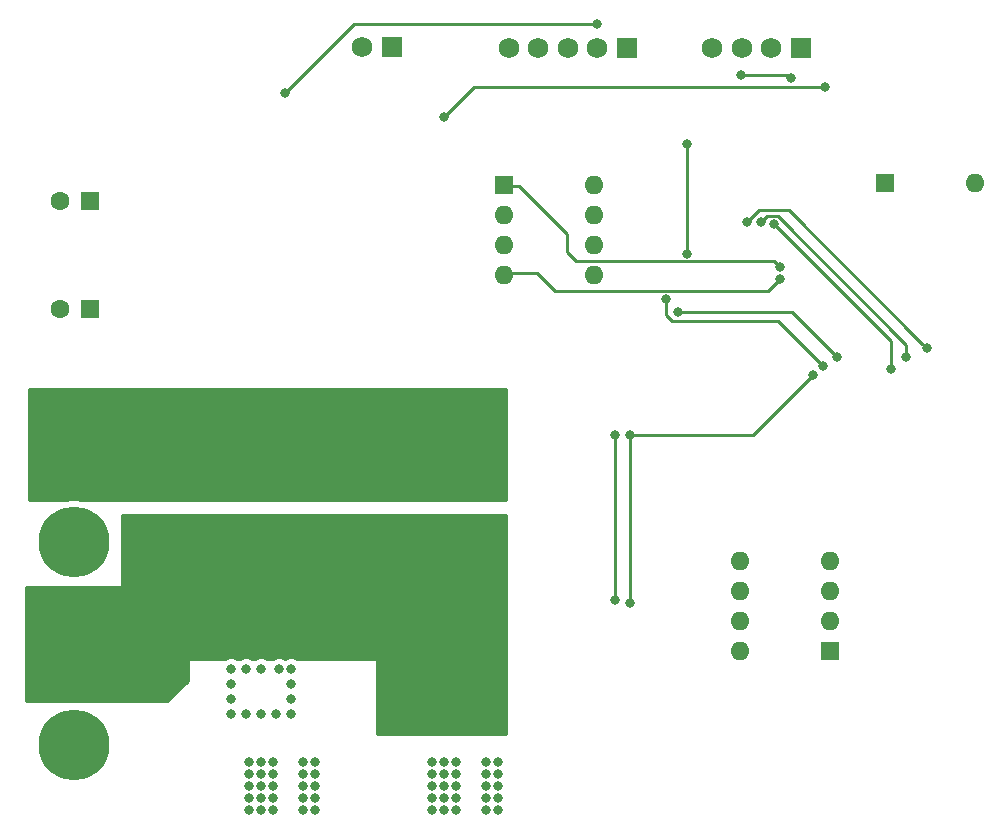
<source format=gbl>
G04 #@! TF.GenerationSoftware,KiCad,Pcbnew,(5.1.0)-1*
G04 #@! TF.CreationDate,2019-06-23T00:58:32+09:00*
G04 #@! TF.ProjectId,md_ver1.00.0,6d645f76-6572-4312-9e30-302e302e6b69,rev?*
G04 #@! TF.SameCoordinates,Original*
G04 #@! TF.FileFunction,Copper,L2,Bot*
G04 #@! TF.FilePolarity,Positive*
%FSLAX46Y46*%
G04 Gerber Fmt 4.6, Leading zero omitted, Abs format (unit mm)*
G04 Created by KiCad (PCBNEW (5.1.0)-1) date 2019-06-23 00:58:32*
%MOMM*%
%LPD*%
G04 APERTURE LIST*
%ADD10C,1.750000*%
%ADD11R,1.750000X1.750000*%
%ADD12C,6.000000*%
%ADD13O,1.600000X1.600000*%
%ADD14R,1.600000X1.600000*%
%ADD15C,1.600000*%
%ADD16C,0.800000*%
%ADD17C,0.250000*%
%ADD18C,0.254000*%
G04 APERTURE END LIST*
D10*
X115229000Y-89535000D03*
D11*
X117729000Y-89535000D03*
D12*
X90805000Y-148678000D03*
X90805000Y-141478000D03*
X90805000Y-131486000D03*
X90805000Y-124286000D03*
D13*
X147193000Y-140716000D03*
X154813000Y-133096000D03*
X147193000Y-138176000D03*
X154813000Y-135636000D03*
X147193000Y-135636000D03*
X154813000Y-138176000D03*
X147193000Y-133096000D03*
D14*
X154813000Y-140716000D03*
D10*
X144900000Y-89662000D03*
X147400000Y-89662000D03*
X149900000Y-89662000D03*
D11*
X152400000Y-89662000D03*
X137668000Y-89662000D03*
D10*
X135168000Y-89662000D03*
X132668000Y-89662000D03*
X130168000Y-89662000D03*
X127668000Y-89662000D03*
D13*
X167132000Y-101092000D03*
D14*
X159512000Y-101092000D03*
X127254000Y-101219000D03*
D13*
X134874000Y-108839000D03*
X127254000Y-103759000D03*
X134874000Y-106299000D03*
X127254000Y-106299000D03*
X134874000Y-103759000D03*
X127254000Y-108839000D03*
X134874000Y-101219000D03*
D14*
X92202000Y-111760000D03*
D15*
X89702000Y-111760000D03*
X89702000Y-102616000D03*
D14*
X92202000Y-102616000D03*
D16*
X123190000Y-150114000D03*
X123190000Y-151130000D03*
X123190000Y-152146000D03*
X123190000Y-153162000D03*
X123190000Y-154178000D03*
X122174000Y-154178000D03*
X122174000Y-152146000D03*
X122174000Y-153162000D03*
X122174000Y-151130000D03*
X122174000Y-150114000D03*
X121158000Y-154178000D03*
X121158000Y-152146000D03*
X121158000Y-153162000D03*
X121158000Y-151130000D03*
X121158000Y-150114000D03*
X107696000Y-154178000D03*
X107696000Y-152146000D03*
X107696000Y-153162000D03*
X107696000Y-151130000D03*
X107696000Y-150114000D03*
X106680000Y-154178000D03*
X106680000Y-152146000D03*
X106680000Y-153162000D03*
X106680000Y-151130000D03*
X106680000Y-150114000D03*
X105664000Y-154178000D03*
X105664000Y-152146000D03*
X105664000Y-153162000D03*
X105664000Y-151130000D03*
X105664000Y-150114000D03*
X126746000Y-150114000D03*
X136652000Y-136398000D03*
X136652000Y-122428000D03*
X125730000Y-153162000D03*
X126746000Y-153162000D03*
X126746000Y-152146000D03*
X125730000Y-152146000D03*
X125730000Y-151130000D03*
X126746000Y-151130000D03*
X125730000Y-150114000D03*
X125730000Y-154178000D03*
X126746000Y-154178000D03*
X110236000Y-154178000D03*
X110236000Y-153162000D03*
X110236000Y-152146000D03*
X111252000Y-152146000D03*
X111252000Y-151130000D03*
X110236000Y-151130000D03*
X110236000Y-150114000D03*
X111252000Y-150114000D03*
X111252000Y-153162000D03*
X111252000Y-154178000D03*
X108712000Y-93472000D03*
X135128000Y-87630000D03*
X154432000Y-92964000D03*
X122174000Y-95504000D03*
X127000000Y-141986000D03*
X127000000Y-143002000D03*
X127000000Y-146050000D03*
X127000000Y-138938000D03*
X127000000Y-139954000D03*
X127000000Y-144018000D03*
X127000000Y-147066000D03*
X127000000Y-145034000D03*
X127000000Y-140970000D03*
X124968000Y-147066000D03*
X125984000Y-146050000D03*
X125984000Y-147066000D03*
X124968000Y-138938000D03*
X125984000Y-138938000D03*
X124968000Y-143002000D03*
X124968000Y-139954000D03*
X125984000Y-139954000D03*
X124968000Y-145034000D03*
X125984000Y-145034000D03*
X125984000Y-140970000D03*
X124968000Y-141986000D03*
X124968000Y-146050000D03*
X125984000Y-143002000D03*
X124968000Y-144018000D03*
X124968000Y-140970000D03*
X125984000Y-141986000D03*
X125984000Y-144018000D03*
X122936000Y-147066000D03*
X123952000Y-146050000D03*
X123952000Y-147066000D03*
X122936000Y-138938000D03*
X123952000Y-138938000D03*
X122936000Y-143002000D03*
X122936000Y-139954000D03*
X123952000Y-139954000D03*
X122936000Y-145034000D03*
X123952000Y-145034000D03*
X123952000Y-140970000D03*
X122936000Y-141986000D03*
X122936000Y-146050000D03*
X123952000Y-143002000D03*
X122936000Y-144018000D03*
X122936000Y-140970000D03*
X123952000Y-141986000D03*
X123952000Y-144018000D03*
X120904000Y-147066000D03*
X121920000Y-146050000D03*
X121920000Y-147066000D03*
X120904000Y-138938000D03*
X121920000Y-138938000D03*
X120904000Y-143002000D03*
X120904000Y-139954000D03*
X121920000Y-139954000D03*
X120904000Y-145034000D03*
X121920000Y-145034000D03*
X121920000Y-140970000D03*
X120904000Y-141986000D03*
X120904000Y-146050000D03*
X121920000Y-143002000D03*
X120904000Y-144018000D03*
X120904000Y-140970000D03*
X121920000Y-141986000D03*
X121920000Y-144018000D03*
X118872000Y-147066000D03*
X119888000Y-146050000D03*
X119888000Y-147066000D03*
X118872000Y-138938000D03*
X119888000Y-138938000D03*
X118872000Y-143002000D03*
X118872000Y-139954000D03*
X119888000Y-139954000D03*
X118872000Y-145034000D03*
X119888000Y-145034000D03*
X119888000Y-140970000D03*
X118872000Y-141986000D03*
X118872000Y-146050000D03*
X119888000Y-143002000D03*
X118872000Y-144018000D03*
X118872000Y-140970000D03*
X119888000Y-141986000D03*
X119888000Y-144018000D03*
X116840000Y-147066000D03*
X117856000Y-147066000D03*
X117856000Y-146050000D03*
X116840000Y-146050000D03*
X116840000Y-145034000D03*
X117856000Y-145034000D03*
X117856000Y-144018000D03*
X116840000Y-144018000D03*
X117856000Y-143002000D03*
X116840000Y-143002000D03*
X116840000Y-141986000D03*
X117856000Y-141986000D03*
X117856000Y-140970000D03*
X116840000Y-140970000D03*
X117856000Y-139954000D03*
X116840000Y-139954000D03*
X117856000Y-138938000D03*
X116840000Y-138938000D03*
X94742000Y-138938000D03*
X94742000Y-139954000D03*
X94742000Y-140970000D03*
X94742000Y-141986000D03*
X94742000Y-143002000D03*
X94742000Y-144018000D03*
X95758000Y-144018000D03*
X95758000Y-143002000D03*
X95758000Y-141986000D03*
X95758000Y-140970000D03*
X95758000Y-139954000D03*
X95758000Y-138938000D03*
X96774000Y-138938000D03*
X97790000Y-138938000D03*
X98806000Y-138938000D03*
X99822000Y-138938000D03*
X99822000Y-139954000D03*
X98806000Y-139954000D03*
X97790000Y-139954000D03*
X96774000Y-139954000D03*
X96774000Y-140970000D03*
X97790000Y-140970000D03*
X98806000Y-140970000D03*
X99822000Y-140970000D03*
X99822000Y-141986000D03*
X98806000Y-141986000D03*
X97790000Y-141986000D03*
X96774000Y-141986000D03*
X96774000Y-143002000D03*
X97790000Y-143002000D03*
X98806000Y-143002000D03*
X99822000Y-143002000D03*
X96774000Y-144018000D03*
X97790000Y-144018000D03*
X98806000Y-144018000D03*
X108204000Y-142240000D03*
X106680000Y-142240000D03*
X105410000Y-142240000D03*
X109220000Y-142240000D03*
X109220000Y-143510000D03*
X109220000Y-144780000D03*
X109220000Y-146050000D03*
X107950000Y-146050000D03*
X105410000Y-146050000D03*
X104140000Y-146050000D03*
X104140000Y-144780000D03*
X104140000Y-143510000D03*
X104140000Y-142240000D03*
X106680000Y-146050000D03*
X142748004Y-97789996D03*
X142748000Y-107070990D03*
X154248051Y-116539299D03*
X140970000Y-110861010D03*
X155448000Y-115824000D03*
X141986000Y-112014000D03*
X119380000Y-121920000D03*
X119380000Y-123190000D03*
X119380000Y-124460000D03*
X119380000Y-125730000D03*
X119380000Y-127000000D03*
X120650000Y-127000000D03*
X121920000Y-127000000D03*
X123190000Y-127000000D03*
X124460000Y-127000000D03*
X124460000Y-125730000D03*
X124460000Y-124460000D03*
X124460000Y-123190000D03*
X124460000Y-121920000D03*
X124460000Y-120650000D03*
X124460000Y-119380000D03*
X123190000Y-119380000D03*
X119380000Y-120650000D03*
X119380000Y-119380000D03*
X120650000Y-119380000D03*
X121920000Y-119380000D03*
X109220000Y-124460000D03*
X109220000Y-125730000D03*
X109220000Y-127000000D03*
X107950000Y-127000000D03*
X106680000Y-127000000D03*
X105410000Y-127000000D03*
X104140000Y-127000000D03*
X104140000Y-125730000D03*
X104140000Y-124460000D03*
X104140000Y-123190000D03*
X109220000Y-123190000D03*
X104140000Y-121920000D03*
X104140000Y-120650000D03*
X109220000Y-121920000D03*
X109220000Y-120650000D03*
X107950000Y-119380000D03*
X105410000Y-119380000D03*
X109220000Y-119380000D03*
X106680000Y-119380000D03*
X104140000Y-119380000D03*
X99822000Y-119126000D03*
X99822000Y-120142000D03*
X99822000Y-121158000D03*
X99822000Y-122174000D03*
X99822000Y-123190000D03*
X99822000Y-124206000D03*
X99822000Y-125222000D03*
X99822000Y-126238000D03*
X99822000Y-127254000D03*
X98806000Y-119126000D03*
X98806000Y-120142000D03*
X98806000Y-121158000D03*
X98806000Y-122174000D03*
X98806000Y-123190000D03*
X98806000Y-124206000D03*
X98806000Y-125222000D03*
X98806000Y-126238000D03*
X98806000Y-127254000D03*
X97790000Y-119126000D03*
X97790000Y-120142000D03*
X97790000Y-121158000D03*
X97790000Y-122174000D03*
X97790000Y-122174000D03*
X97790000Y-123190000D03*
X97790000Y-124206000D03*
X97790000Y-125222000D03*
X97790000Y-126238000D03*
X97790000Y-127254000D03*
X150114000Y-104511010D03*
X160020000Y-116839998D03*
X147828000Y-104394000D03*
X163068000Y-115062000D03*
X150622000Y-108204000D03*
X150622000Y-109220000D03*
X137922000Y-136652000D03*
X153416000Y-117348000D03*
X137922000Y-122428000D03*
X148971000Y-104394000D03*
X161290000Y-115824000D03*
X147320000Y-91948000D03*
X151511000Y-92202000D03*
D17*
X149896002Y-89662000D02*
X149860000Y-89662000D01*
X136652000Y-136398000D02*
X136652000Y-122428000D01*
X108712000Y-93472000D02*
X114554000Y-87630000D01*
X114554000Y-87630000D02*
X135128000Y-87630000D01*
X154432000Y-92964000D02*
X124714000Y-92964000D01*
X124714000Y-92964000D02*
X122174000Y-95504000D01*
X142748004Y-107070986D02*
X142748000Y-107070990D01*
X142748004Y-97789996D02*
X142748004Y-107070986D01*
X140970000Y-111426695D02*
X140970000Y-110861010D01*
X140970000Y-112268000D02*
X140970000Y-111426695D01*
X141478000Y-112776000D02*
X140970000Y-112268000D01*
X154248051Y-116539299D02*
X150484752Y-112776000D01*
X150484752Y-112776000D02*
X141478000Y-112776000D01*
X155448000Y-115824000D02*
X151638000Y-112014000D01*
X151638000Y-112014000D02*
X142551685Y-112014000D01*
X142551685Y-112014000D02*
X141986000Y-112014000D01*
X150114000Y-104511010D02*
X160020000Y-114417010D01*
X160020000Y-114417010D02*
X160020000Y-116274313D01*
X160020000Y-116274313D02*
X160020000Y-116839998D01*
X162668001Y-114662001D02*
X163068000Y-115062000D01*
X147828000Y-104394000D02*
X148844000Y-103378000D01*
X148844000Y-103378000D02*
X151384000Y-103378000D01*
X151384000Y-103378000D02*
X162668001Y-114662001D01*
X128524000Y-101346000D02*
X127254000Y-101346000D01*
X132588000Y-105410000D02*
X128524000Y-101346000D01*
X132588000Y-106934000D02*
X132588000Y-105410000D01*
X133350000Y-107696000D02*
X132588000Y-106934000D01*
X150622000Y-108204000D02*
X150114000Y-107696000D01*
X150114000Y-107696000D02*
X133350000Y-107696000D01*
X130048000Y-108712000D02*
X127254000Y-108712000D01*
X131572000Y-110236000D02*
X130048000Y-108712000D01*
X150622000Y-109220000D02*
X149606000Y-110236000D01*
X149606000Y-110236000D02*
X131572000Y-110236000D01*
X137922000Y-136652000D02*
X137922000Y-122428000D01*
X137922000Y-122428000D02*
X137922000Y-122428000D01*
X148336000Y-122428000D02*
X153416000Y-117348000D01*
X137922000Y-122428000D02*
X148336000Y-122428000D01*
X148971000Y-104394000D02*
X149479000Y-103886000D01*
X149479000Y-103886000D02*
X150425685Y-103886000D01*
X161290000Y-115258315D02*
X161290000Y-115824000D01*
X161290000Y-114750315D02*
X161290000Y-115258315D01*
X150425685Y-103886000D02*
X161290000Y-114750315D01*
X151257000Y-91948000D02*
X151511000Y-92202000D01*
X147320000Y-91948000D02*
X151257000Y-91948000D01*
D18*
G36*
X127381000Y-127889000D02*
G01*
X91354055Y-127889000D01*
X91163016Y-127851000D01*
X90446984Y-127851000D01*
X90255945Y-127889000D01*
X86995000Y-127889000D01*
X86995000Y-118491000D01*
X127381000Y-118491000D01*
X127381000Y-127889000D01*
X127381000Y-127889000D01*
G37*
X127381000Y-127889000D02*
X91354055Y-127889000D01*
X91163016Y-127851000D01*
X90446984Y-127851000D01*
X90255945Y-127889000D01*
X86995000Y-127889000D01*
X86995000Y-118491000D01*
X127381000Y-118491000D01*
X127381000Y-127889000D01*
G36*
X127381000Y-147701000D02*
G01*
X116459000Y-147701000D01*
X116459000Y-141478000D01*
X116456560Y-141453224D01*
X116449333Y-141429399D01*
X116437597Y-141407443D01*
X116421803Y-141388197D01*
X116402557Y-141372403D01*
X116380601Y-141360667D01*
X116356776Y-141353440D01*
X116332000Y-141351000D01*
X109752468Y-141351000D01*
X109710256Y-141322795D01*
X109521898Y-141244774D01*
X109321939Y-141205000D01*
X109118061Y-141205000D01*
X108918102Y-141244774D01*
X108729744Y-141322795D01*
X108712000Y-141334651D01*
X108694256Y-141322795D01*
X108505898Y-141244774D01*
X108305939Y-141205000D01*
X108102061Y-141205000D01*
X107902102Y-141244774D01*
X107713744Y-141322795D01*
X107671532Y-141351000D01*
X107212468Y-141351000D01*
X107170256Y-141322795D01*
X106981898Y-141244774D01*
X106781939Y-141205000D01*
X106578061Y-141205000D01*
X106378102Y-141244774D01*
X106189744Y-141322795D01*
X106147532Y-141351000D01*
X105942468Y-141351000D01*
X105900256Y-141322795D01*
X105711898Y-141244774D01*
X105511939Y-141205000D01*
X105308061Y-141205000D01*
X105108102Y-141244774D01*
X104919744Y-141322795D01*
X104877532Y-141351000D01*
X104672468Y-141351000D01*
X104630256Y-141322795D01*
X104441898Y-141244774D01*
X104241939Y-141205000D01*
X104038061Y-141205000D01*
X103838102Y-141244774D01*
X103649744Y-141322795D01*
X103607532Y-141351000D01*
X100584000Y-141351000D01*
X100559224Y-141353440D01*
X100535399Y-141360667D01*
X100513443Y-141372403D01*
X100494197Y-141388197D01*
X100478403Y-141407443D01*
X100466667Y-141429399D01*
X100459440Y-141453224D01*
X100457000Y-141478000D01*
X100457000Y-143203394D01*
X98753394Y-144907000D01*
X86741000Y-144907000D01*
X86741000Y-135255000D01*
X94742000Y-135255000D01*
X94766776Y-135252560D01*
X94790601Y-135245333D01*
X94812557Y-135233597D01*
X94831803Y-135217803D01*
X94847597Y-135198557D01*
X94859333Y-135176601D01*
X94866560Y-135152776D01*
X94869000Y-135128000D01*
X94869000Y-129159000D01*
X127381000Y-129159000D01*
X127381000Y-147701000D01*
X127381000Y-147701000D01*
G37*
X127381000Y-147701000D02*
X116459000Y-147701000D01*
X116459000Y-141478000D01*
X116456560Y-141453224D01*
X116449333Y-141429399D01*
X116437597Y-141407443D01*
X116421803Y-141388197D01*
X116402557Y-141372403D01*
X116380601Y-141360667D01*
X116356776Y-141353440D01*
X116332000Y-141351000D01*
X109752468Y-141351000D01*
X109710256Y-141322795D01*
X109521898Y-141244774D01*
X109321939Y-141205000D01*
X109118061Y-141205000D01*
X108918102Y-141244774D01*
X108729744Y-141322795D01*
X108712000Y-141334651D01*
X108694256Y-141322795D01*
X108505898Y-141244774D01*
X108305939Y-141205000D01*
X108102061Y-141205000D01*
X107902102Y-141244774D01*
X107713744Y-141322795D01*
X107671532Y-141351000D01*
X107212468Y-141351000D01*
X107170256Y-141322795D01*
X106981898Y-141244774D01*
X106781939Y-141205000D01*
X106578061Y-141205000D01*
X106378102Y-141244774D01*
X106189744Y-141322795D01*
X106147532Y-141351000D01*
X105942468Y-141351000D01*
X105900256Y-141322795D01*
X105711898Y-141244774D01*
X105511939Y-141205000D01*
X105308061Y-141205000D01*
X105108102Y-141244774D01*
X104919744Y-141322795D01*
X104877532Y-141351000D01*
X104672468Y-141351000D01*
X104630256Y-141322795D01*
X104441898Y-141244774D01*
X104241939Y-141205000D01*
X104038061Y-141205000D01*
X103838102Y-141244774D01*
X103649744Y-141322795D01*
X103607532Y-141351000D01*
X100584000Y-141351000D01*
X100559224Y-141353440D01*
X100535399Y-141360667D01*
X100513443Y-141372403D01*
X100494197Y-141388197D01*
X100478403Y-141407443D01*
X100466667Y-141429399D01*
X100459440Y-141453224D01*
X100457000Y-141478000D01*
X100457000Y-143203394D01*
X98753394Y-144907000D01*
X86741000Y-144907000D01*
X86741000Y-135255000D01*
X94742000Y-135255000D01*
X94766776Y-135252560D01*
X94790601Y-135245333D01*
X94812557Y-135233597D01*
X94831803Y-135217803D01*
X94847597Y-135198557D01*
X94859333Y-135176601D01*
X94866560Y-135152776D01*
X94869000Y-135128000D01*
X94869000Y-129159000D01*
X127381000Y-129159000D01*
X127381000Y-147701000D01*
M02*

</source>
